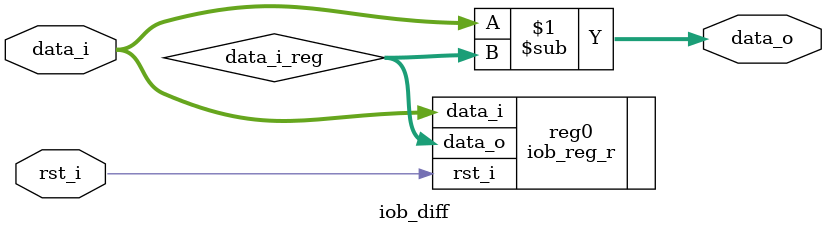
<source format=v>

`timescale 1ns / 1ps

module iob_diff #(
    parameter DATA_W  = 32,
    parameter RST_VAL = 0
) (
    `include "iob_diff_clk_en_rst_s_port.vs"

    input rst_i,

    input  [DATA_W-1:0] data_i,
    output [DATA_W-1:0] data_o
);

  wire [DATA_W-1:0] data_i_reg;
  iob_reg_r #(DATA_W, RST_VAL) reg0 (
      `include "iob_diff_clk_en_rst_s_s_portmap.vs"

      .rst_i(rst_i),

      .data_i(data_i),
      .data_o(data_i_reg)
  );

  assign data_o = data_i - data_i_reg;

endmodule

</source>
